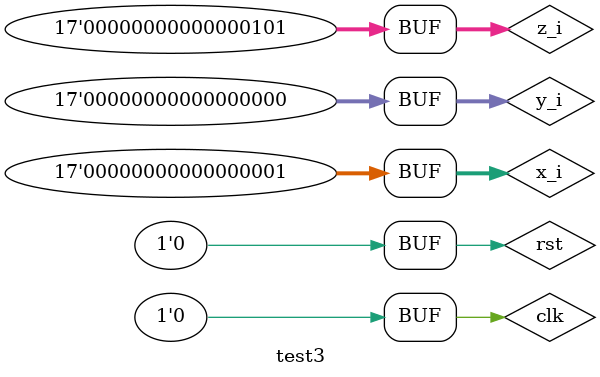
<source format=v>
`timescale 1ns / 1ps


module test3;

	// Inputs
	reg clk;
	reg rst;
	reg [16:0] x_i;
	reg [16:0] y_i;
	reg [16:0] z_i;

	// Outputs
	wire [16:0] x_o;
	wire [16:0] y_o;
	wire [16:0] z_o;

	// Instantiate the Unit Under Test (UUT)
	rotator uut (
		.clk(clk), 
		.rst(rst), 
		.x_i(x_i), 
		.y_i(y_i), 
		.z_i(z_i), 
		.x_o(x_o), 
		.y_o(y_o), 
		.z_o(z_o)
	);

	initial begin
		// Initialize Inputs
		clk = 0;
		rst = 0;
		x_i = 1;
		y_i = 0;
		z_i = 5;

		// Wait 100 ns for global reset to finish
		#100;
        
		// Add stimulus here

	end
      
endmodule


</source>
